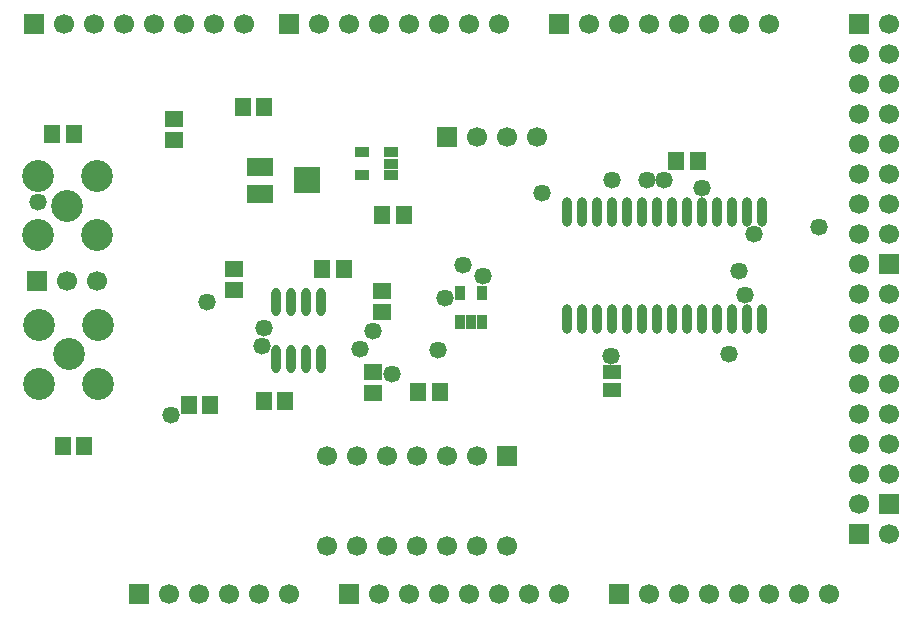
<source format=gts>
%FSLAX42Y42*%
%MOMM*%
G71*
G01*
G75*
G04 Layer_Color=8388736*
%ADD10R,1.20X1.40*%
%ADD11O,0.60X2.30*%
%ADD12R,1.40X1.20*%
%ADD13R,1.10X0.65*%
%ADD14R,1.40X1.10*%
%ADD15R,2.00X1.30*%
%ADD16R,2.00X2.00*%
%ADD17O,0.60X2.20*%
%ADD18R,0.65X1.10*%
%ADD19C,0.25*%
%ADD20R,1.50X1.50*%
%ADD21C,1.50*%
%ADD22R,1.50X1.50*%
%ADD23C,2.50*%
%ADD24R,1.50X1.50*%
%ADD25C,1.50*%
%ADD26C,1.27*%
%ADD27C,0.20*%
%ADD28C,0.25*%
%ADD29C,0.60*%
%ADD30R,1.40X1.60*%
%ADD31O,0.80X2.50*%
%ADD32R,1.60X1.40*%
%ADD33R,1.30X0.85*%
%ADD34R,1.60X1.30*%
%ADD35R,2.20X1.50*%
%ADD36R,2.20X2.20*%
%ADD37O,0.80X2.40*%
%ADD38R,0.85X1.30*%
%ADD39R,1.70X1.70*%
%ADD40C,1.70*%
%ADD41R,1.70X1.70*%
%ADD42C,2.70*%
%ADD43R,1.70X1.70*%
%ADD44C,1.70*%
%ADD45C,1.47*%
D30*
X2744Y4153D02*
D03*
X2564D02*
D03*
X2833Y1511D02*
D03*
X2653D02*
D03*
X3900Y1854D02*
D03*
X3720D02*
D03*
X8028Y3924D02*
D03*
X7848D02*
D03*
X4850Y3010D02*
D03*
X5030D02*
D03*
X5843Y1968D02*
D03*
X5663D02*
D03*
X4177Y4381D02*
D03*
X4357D02*
D03*
X4355Y1892D02*
D03*
X4535D02*
D03*
X5538Y3467D02*
D03*
X5358D02*
D03*
D31*
X6921Y2580D02*
D03*
X7049D02*
D03*
X7175D02*
D03*
X7303D02*
D03*
X7429D02*
D03*
X7557D02*
D03*
X7683D02*
D03*
X7811D02*
D03*
X7938D02*
D03*
X8064D02*
D03*
X8192D02*
D03*
X8318D02*
D03*
X8446D02*
D03*
X8572D02*
D03*
X6921Y3490D02*
D03*
X7049D02*
D03*
X7175D02*
D03*
X7303D02*
D03*
X7429D02*
D03*
X7557D02*
D03*
X7683D02*
D03*
X7811D02*
D03*
X7938D02*
D03*
X8064D02*
D03*
X8192D02*
D03*
X8318D02*
D03*
X8446D02*
D03*
X8572D02*
D03*
D32*
X5359Y2821D02*
D03*
Y2641D02*
D03*
X5283Y1955D02*
D03*
Y2135D02*
D03*
X3594Y4281D02*
D03*
Y4101D02*
D03*
X4102Y3011D02*
D03*
Y2831D02*
D03*
D33*
X5429Y3804D02*
D03*
Y3899D02*
D03*
Y3994D02*
D03*
X5189D02*
D03*
Y3804D02*
D03*
D34*
X7303Y1982D02*
D03*
Y2132D02*
D03*
D35*
X4321Y3874D02*
D03*
Y3644D02*
D03*
D36*
X4721Y3759D02*
D03*
D37*
X4839Y2729D02*
D03*
X4712D02*
D03*
X4585D02*
D03*
X4458D02*
D03*
X4839Y2249D02*
D03*
X4712D02*
D03*
X4585D02*
D03*
X4458D02*
D03*
D38*
X6014Y2560D02*
D03*
X6109D02*
D03*
X6204D02*
D03*
Y2800D02*
D03*
X6014D02*
D03*
D39*
X7366Y254D02*
D03*
X9398Y762D02*
D03*
X3302Y254D02*
D03*
X9398Y5080D02*
D03*
X5906Y4128D02*
D03*
X4572Y5080D02*
D03*
X2438Y2908D02*
D03*
X5080Y254D02*
D03*
X6858Y5080D02*
D03*
X2413D02*
D03*
D40*
X7620Y254D02*
D03*
X7874D02*
D03*
X8128D02*
D03*
X8382D02*
D03*
X8636D02*
D03*
X8890D02*
D03*
X9144D02*
D03*
X9652Y762D02*
D03*
X4572Y254D02*
D03*
X4318D02*
D03*
X4064D02*
D03*
X3810D02*
D03*
X3556D02*
D03*
X9652Y5080D02*
D03*
X9398Y2794D02*
D03*
X9652D02*
D03*
X9398Y2540D02*
D03*
X9652D02*
D03*
X9398Y2286D02*
D03*
X9652D02*
D03*
X9398Y2032D02*
D03*
X9652D02*
D03*
X9398Y1778D02*
D03*
X9652D02*
D03*
X9398Y1524D02*
D03*
X9652D02*
D03*
X9398Y1270D02*
D03*
X9652D02*
D03*
X9398Y1016D02*
D03*
X6160Y4128D02*
D03*
X6414D02*
D03*
X6668D02*
D03*
X6350Y5080D02*
D03*
X6096D02*
D03*
X5842D02*
D03*
X5588D02*
D03*
X5334D02*
D03*
X5080D02*
D03*
X4826D02*
D03*
X2946Y2908D02*
D03*
X2692D02*
D03*
X6858Y254D02*
D03*
X6604D02*
D03*
X6350D02*
D03*
X6096D02*
D03*
X5842D02*
D03*
X5588D02*
D03*
X5334D02*
D03*
X9398Y4826D02*
D03*
X9652D02*
D03*
X9398Y4572D02*
D03*
X9652D02*
D03*
X9398Y4318D02*
D03*
X9652D02*
D03*
X9398Y4064D02*
D03*
X9652D02*
D03*
X9398Y3810D02*
D03*
X9652D02*
D03*
X9398Y3556D02*
D03*
X9652D02*
D03*
X9398Y3302D02*
D03*
X9652D02*
D03*
X9398Y3048D02*
D03*
X8636Y5080D02*
D03*
X8382D02*
D03*
X8128D02*
D03*
X7874D02*
D03*
X7620D02*
D03*
X7366D02*
D03*
X7112D02*
D03*
X4191D02*
D03*
X3937D02*
D03*
X3683D02*
D03*
X3429D02*
D03*
X3175D02*
D03*
X2921D02*
D03*
X2667D02*
D03*
D41*
X9652Y1016D02*
D03*
Y3048D02*
D03*
D42*
X2692Y3543D02*
D03*
X2442Y3293D02*
D03*
X2942D02*
D03*
Y3793D02*
D03*
X2442D02*
D03*
X2705Y2286D02*
D03*
X2455Y2036D02*
D03*
X2955D02*
D03*
Y2536D02*
D03*
X2455D02*
D03*
D43*
X6414Y1422D02*
D03*
D44*
X6160D02*
D03*
X5906D02*
D03*
X5651D02*
D03*
X5397D02*
D03*
X5144D02*
D03*
X4890D02*
D03*
X6414Y660D02*
D03*
X6160D02*
D03*
X5906D02*
D03*
X5651D02*
D03*
X5397D02*
D03*
X5144D02*
D03*
X4890D02*
D03*
D45*
X5168Y2328D02*
D03*
X5283Y2479D02*
D03*
X8425Y2789D02*
D03*
X7303Y3759D02*
D03*
X7295Y2273D02*
D03*
X4359Y2507D02*
D03*
X6708Y3653D02*
D03*
X6210Y2944D02*
D03*
X6045Y3039D02*
D03*
X4336Y2355D02*
D03*
X5833Y2318D02*
D03*
X5443Y2116D02*
D03*
X2442Y3575D02*
D03*
X7595Y3764D02*
D03*
X3571Y1770D02*
D03*
X8064Y3693D02*
D03*
X5888Y2766D02*
D03*
X3874Y2731D02*
D03*
X8509Y3302D02*
D03*
X8374Y2992D02*
D03*
X8293Y2291D02*
D03*
X9053Y3360D02*
D03*
X7747Y3764D02*
D03*
M02*

</source>
